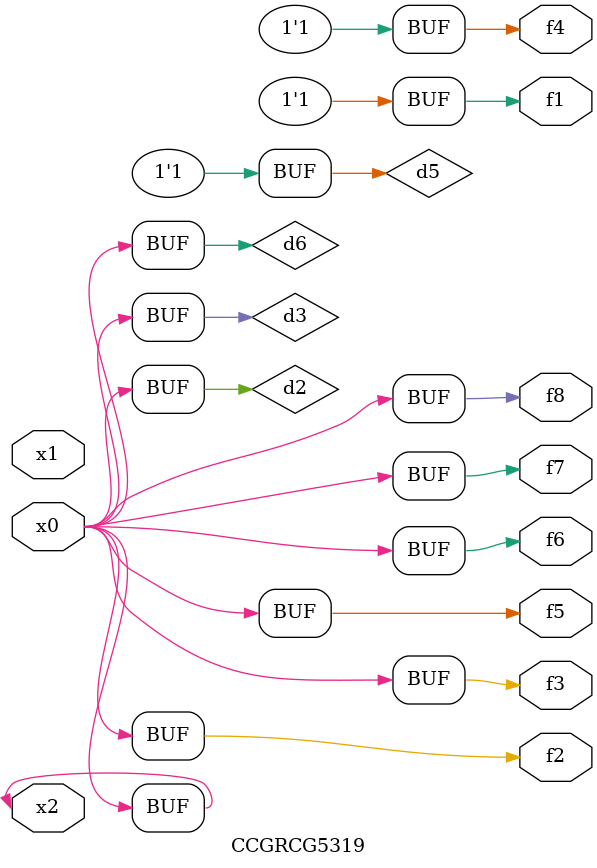
<source format=v>
module CCGRCG5319(
	input x0, x1, x2,
	output f1, f2, f3, f4, f5, f6, f7, f8
);

	wire d1, d2, d3, d4, d5, d6;

	xnor (d1, x2);
	buf (d2, x0, x2);
	and (d3, x0);
	xnor (d4, x1, x2);
	nand (d5, d1, d3);
	buf (d6, d2, d3);
	assign f1 = d5;
	assign f2 = d6;
	assign f3 = d6;
	assign f4 = d5;
	assign f5 = d6;
	assign f6 = d6;
	assign f7 = d6;
	assign f8 = d6;
endmodule

</source>
